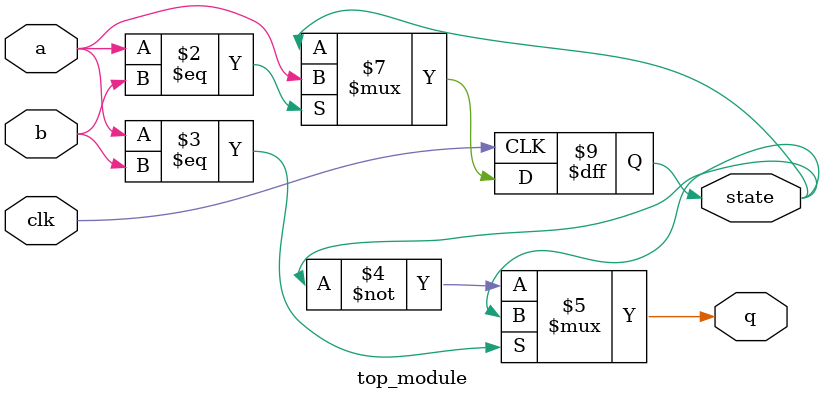
<source format=v>
module top_module (
	input clk,
	input a,
	input b,
	output q,
	output state
	);

    always @ (posedge clk) begin
		if(a == b)
		state <= a;
		else
		state <= state;
	end
	assign q = (a == b) ? state : (~state);

endmodule

</source>
